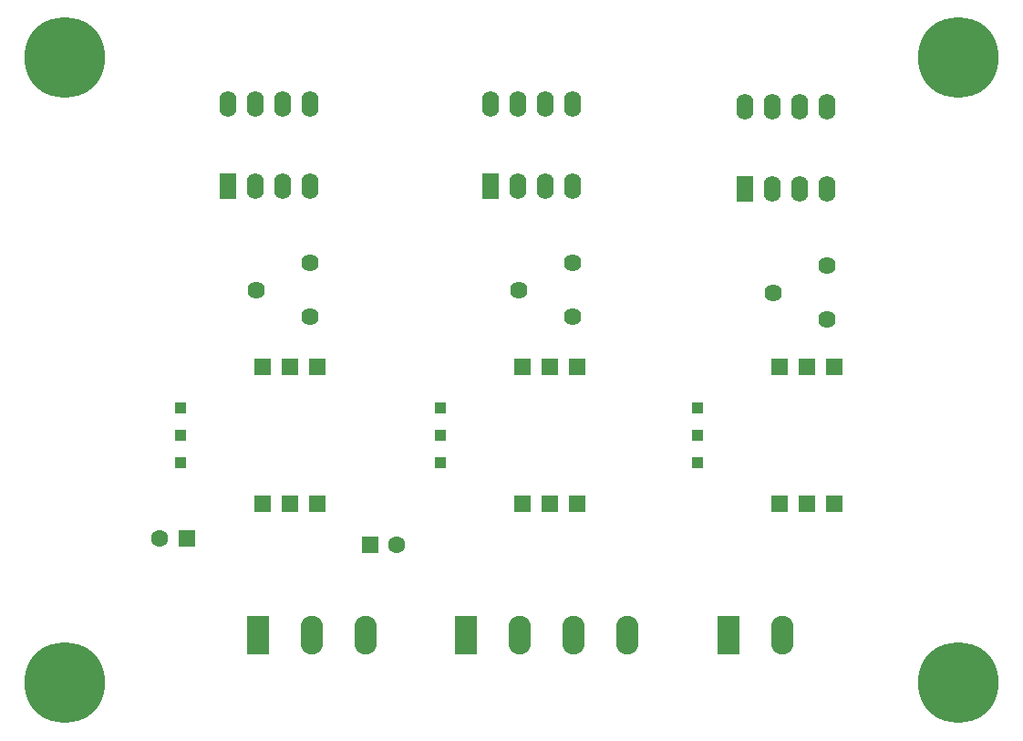
<source format=gts>
G04 #@! TF.FileFunction,Soldermask,Top*
%FSLAX46Y46*%
G04 Gerber Fmt 4.6, Leading zero omitted, Abs format (unit mm)*
G04 Created by KiCad (PCBNEW 4.0.6) date 2017 August 07, Monday 14:19:28*
%MOMM*%
%LPD*%
G01*
G04 APERTURE LIST*
%ADD10C,0.100000*%
%ADD11R,2.100000X3.600000*%
%ADD12O,2.100000X3.600000*%
%ADD13R,1.600000X2.400000*%
%ADD14O,1.600000X2.400000*%
%ADD15R,1.600000X1.600000*%
%ADD16C,1.600000*%
%ADD17C,1.620000*%
%ADD18R,1.100000X1.100000*%
%ADD19R,1.500000X1.500000*%
%ADD20C,7.500000*%
G04 APERTURE END LIST*
D10*
D11*
X73914000Y-147574000D03*
D12*
X78914000Y-147574000D03*
X83914000Y-147574000D03*
D11*
X93218000Y-147574000D03*
D12*
X98218000Y-147574000D03*
X103218000Y-147574000D03*
X108218000Y-147574000D03*
D11*
X117602000Y-147574000D03*
D12*
X122602000Y-147574000D03*
D13*
X95504000Y-105918000D03*
D14*
X103124000Y-98298000D03*
X98044000Y-105918000D03*
X100584000Y-98298000D03*
X100584000Y-105918000D03*
X98044000Y-98298000D03*
X103124000Y-105918000D03*
X95504000Y-98298000D03*
D13*
X119126000Y-106172000D03*
D14*
X126746000Y-98552000D03*
X121666000Y-106172000D03*
X124206000Y-98552000D03*
X124206000Y-106172000D03*
X121666000Y-98552000D03*
X126746000Y-106172000D03*
X119126000Y-98552000D03*
D13*
X71120000Y-105918000D03*
D14*
X78740000Y-98298000D03*
X73660000Y-105918000D03*
X76200000Y-98298000D03*
X76200000Y-105918000D03*
X73660000Y-98298000D03*
X78740000Y-105918000D03*
X71120000Y-98298000D03*
D15*
X67310000Y-138557000D03*
D16*
X64810000Y-138557000D03*
D15*
X84328000Y-139192000D03*
D16*
X86828000Y-139192000D03*
D17*
X78740000Y-118030000D03*
X73740000Y-115530000D03*
X78740000Y-113030000D03*
X103124000Y-118030000D03*
X98124000Y-115530000D03*
X103124000Y-113030000D03*
X126746000Y-118284000D03*
X121746000Y-115784000D03*
X126746000Y-113284000D03*
D18*
X90868000Y-131572000D03*
X90868000Y-126492000D03*
X90868000Y-129032000D03*
D19*
X103568000Y-135382000D03*
X101028000Y-135382000D03*
X98488000Y-135382000D03*
X103568000Y-122682000D03*
X101028000Y-122682000D03*
X98488000Y-122682000D03*
D18*
X114744000Y-131572000D03*
X114744000Y-126492000D03*
X114744000Y-129032000D03*
D19*
X127444000Y-135382000D03*
X124904000Y-135382000D03*
X122364000Y-135382000D03*
X127444000Y-122682000D03*
X124904000Y-122682000D03*
X122364000Y-122682000D03*
D18*
X66738000Y-131572000D03*
X66738000Y-126492000D03*
X66738000Y-129032000D03*
D19*
X79438000Y-135382000D03*
X76898000Y-135382000D03*
X74358000Y-135382000D03*
X79438000Y-122682000D03*
X76898000Y-122682000D03*
X74358000Y-122682000D03*
D20*
X56000000Y-94000000D03*
X139000000Y-94000000D03*
X56000000Y-152000000D03*
X139000000Y-152000000D03*
M02*

</source>
